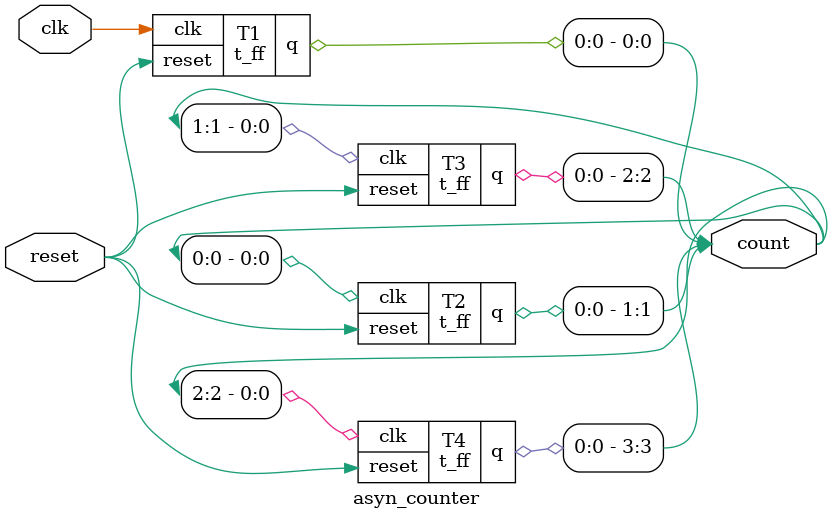
<source format=v>

module t_ff(clk,reset,q
    );
	 input clk,reset ;
	 output reg q ;
	 
	 always @(negedge clk,posedge reset)begin
			if(reset)
				q <= 0 ;
			else
				q <= ~q ; 
	 end
	 
endmodule
	 
  // 4 bit asynchronous counter design
  
module asyn_counter(clk,reset,count);
		input clk,reset;
		output[3:0] count;
		
		// instantiation
		
		t_ff T1(clk,reset,count[0]);
		t_ff T2(count[0],reset,count[1]);
		t_ff T3(count[1],reset,count[2]);
		t_ff T4(count[2],reset,count[3]);

endmodule

</source>
